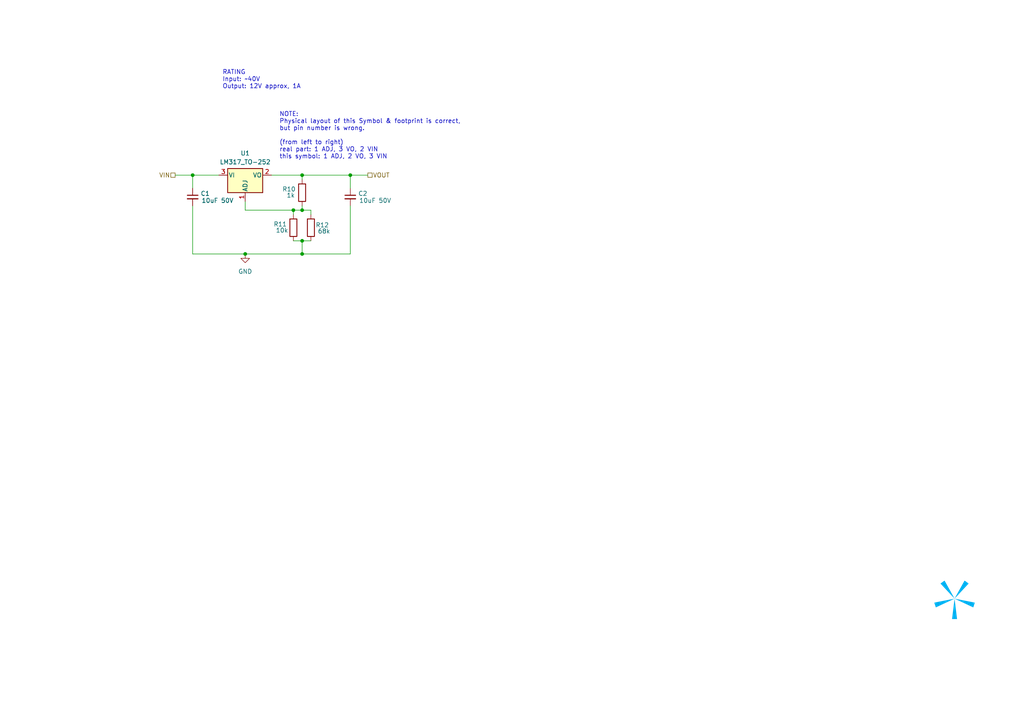
<source format=kicad_sch>
(kicad_sch (version 20231120) (generator "eeschema") (generator_version "8.0")
  (paper "A4")
  (title_block (title "CTRL-MINI-ED") (date "2024-12-11") (rev "1") (company "Spark Project") (comment 1 "Author: 夕月霞 (xyx)") (comment 2 "EDM Pulse Generator Board"))
  (lib_symbols
    (symbol "Device:C_Small" (pin_numbers hide) (pin_names (offset 0.254) hide)
      (property "Reference" "C" (at 0.254 1.778 0))
      (property "Value" "C_Small" (at 0.254 -2.032 0))
      (symbol "C_Small_0_1"
        (polyline (pts (xy -1.524 -0.508) (xy 1.524 -0.508)) (stroke (width 0.3302)))
        (polyline (pts (xy -1.524 0.508) (xy 1.524 0.508)) (stroke (width 0.3048)))
      )
      (symbol "C_Small_1_1"
        (pin passive line (at 0 2.54 270) (length 2.032) (name "~") (number "1"))
        (pin passive line (at 0 -2.54 90) (length 2.032) (name "~") (number "2"))
      )
    )
    (symbol "Device:R" (pin_numbers hide) (pin_names (offset 0))
      (property "Reference" "R" (at 2.032 0 90))
      (property "Value" "R" (at 0 0 90))
      (symbol "R_0_1"
        (rectangle (start -1.016 -2.54) (end 1.016 2.54) (stroke (width 0.254)))
      )
      (symbol "R_1_1"
        (pin passive line (at 0 3.81 270) (length 1.27) (name "~") (number "1"))
        (pin passive line (at 0 -3.81 90) (length 1.27) (name "~") (number "2"))
      )
    )
    (symbol "Regulator_Linear:LM317_TO-252" (pin_names (offset 0.254))
      (property "Reference" "U" (at -3.81 3.175 0))
      (property "Value" "LM317_TO-252" (at 0 3.175 0))
      (symbol "LM317_TO-252_0_1"
        (rectangle (start -5.08 1.905) (end 5.08 -5.08) (stroke (width 0.254)) (fill (type background)))
      )
      (symbol "LM317_TO-252_1_1"
        (pin input line (at 0 -7.62 90) (length 2.54) (name "ADJ") (number "1"))
        (pin power_out line (at 7.62 0 180) (length 2.54) (name "VO") (number "2"))
        (pin power_in line (at -7.62 0 0) (length 2.54) (name "VI") (number "3"))
      )
    )
    (symbol "power:GND" (power) (pin_numbers hide) (pin_names (offset 0) hide)
      (property "Value" "GND" (at 0 -3.81 0))
      (symbol "GND_0_1"
        (polyline (pts (xy 0 0) (xy 0 -1.27) (xy 1.27 -1.27) (xy 0 -2.54) (xy -1.27 -1.27) (xy 0 -1.27)))
      )
      (symbol "GND_1_1"
        (pin power_in line (at 0 0 270) (length 0) (name "~") (number "1"))
      )
    )
  )
  (junction (at 87.63 73.66))
  (junction (at 87.63 60.96))
  (junction (at 71.12 73.66))
  (junction (at 101.6 50.8))
  (junction (at 85.09 60.96))
  (junction (at 87.63 50.8))
  (junction (at 55.88 50.8))
  (junction (at 87.63 69.85))
  (wire (pts (xy 55.88 50.8) (xy 63.5 50.8)))
  (wire (pts (xy 87.63 50.8) (xy 101.6 50.8)))
  (wire (pts (xy 78.74 50.8) (xy 87.63 50.8)))
  (wire (pts (xy 87.63 59.69) (xy 87.63 60.96)))
  (wire (pts (xy 71.12 60.96) (xy 85.09 60.96)))
  (wire (pts (xy 55.88 73.66) (xy 71.12 73.66)))
  (wire (pts (xy 55.88 50.8) (xy 55.88 54.61)))
  (wire (pts (xy 87.63 69.85) (xy 87.63 73.66)))
  (wire (pts (xy 87.63 73.66) (xy 101.6 73.66)))
  (wire (pts (xy 101.6 50.8) (xy 106.68 50.8)))
  (wire (pts (xy 85.09 69.85) (xy 87.63 69.85)))
  (wire (pts (xy 87.63 60.96) (xy 90.17 60.96)))
  (wire (pts (xy 71.12 73.66) (xy 87.63 73.66)))
  (wire (pts (xy 87.63 50.8) (xy 87.63 52.07)))
  (wire (pts (xy 85.09 60.96) (xy 87.63 60.96)))
  (wire (pts (xy 101.6 50.8) (xy 101.6 54.61)))
  (wire (pts (xy 50.8 50.8) (xy 55.88 50.8)))
  (wire (pts (xy 90.17 62.23) (xy 90.17 60.96)))
  (wire (pts (xy 101.6 59.69) (xy 101.6 73.66)))
  (wire (pts (xy 71.12 58.42) (xy 71.12 60.96)))
  (wire (pts (xy 85.09 60.96) (xy 85.09 62.23)))
  (wire (pts (xy 87.63 69.85) (xy 90.17 69.85)))
  (wire (pts (xy 55.88 59.69) (xy 55.88 73.66)))
  (image (at 276.86 173.99) (scale 1.13867))
  (text "NOTE:\nPhysical layout of this Symbol & footprint is correct,\nbut pin number is wrong.\n\n(from left to right)\nreal part: 1 ADJ, 3 VO, 2 VIN\nthis symbol: 1 ADJ, 2 VO, 3 VIN\n" (at 81.026 39.37 0) (effects (font (size 1.27 1.27)) (justify left)))
  (text "RATING\nInput: ~40V\nOutput: 12V approx, 1A\n" (at 64.516 23.114 0) (effects (font (size 1.27 1.27)) (justify left)))
  (hierarchical_label "VIN" (shape passive) (at 50.8 50.8 180))
  (hierarchical_label "VOUT" (shape passive) (at 106.68 50.8 0))
  (symbol (lib_id "Device:C_Small") (at 101.6 57.15 0) (unit 1)
    (property "Reference" "C2" (at 103.886 56.134 0) (effects (justify left)))
    (property "Value" "10uF 50V" (at 104.14 58.166 0) (effects (justify left)))
    (property "Footprint" "Capacitor_SMD:C_1206_3216Metric" (effects (hide yes)))
    (property "Description" "Unpolarized capacitor, small symbol" (effects (hide yes)))
    (property "LCSC" "C13585" (effects (hide yes)))
  )
  (symbol (lib_id "Device:C_Small") (at 55.88 57.15 0) (unit 1)
    (property "Reference" "C1" (at 58.166 56.134 0) (effects (justify left)))
    (property "Value" "10uF 50V" (at 58.42 58.166 0) (effects (justify left)))
    (property "Footprint" "Capacitor_SMD:C_1206_3216Metric" (effects (hide yes)))
    (property "Description" "Unpolarized capacitor, small symbol" (effects (hide yes)))
    (property "LCSC" "C13585" (effects (hide yes)))
  )
  (symbol (lib_id "Device:R") (at 87.63 55.88 180) (unit 1)
    (property "Reference" "R10" (at 83.82 54.864 0))
    (property "Value" "1k" (at 84.328 56.642 0))
    (property "Footprint" "Resistor_SMD:R_0603_1608Metric" (effects (hide yes)))
    (property "Description" "Resistor" (effects (hide yes)))
    (property "LCSC" "C21190" (effects (hide yes)))
  )
  (symbol (lib_id "Device:R") (at 85.09 66.04 180) (unit 1)
    (property "Reference" "R11" (at 81.28 65.024 0))
    (property "Value" "10k" (at 81.788 66.802 0))
    (property "Footprint" "Resistor_SMD:R_0603_1608Metric" (effects (hide yes)))
    (property "Description" "Resistor" (effects (hide yes)))
    (property "LCSC" "C25804" (effects (hide yes)))
  )
  (symbol (lib_id "power:GND") (at 71.12 73.66 0) (unit 1) (exclude_from_sim yes)
    (property "Reference" "#PWR018" (effects (hide yes)))
    (property "Value" "GND" (at 71.12 78.74 0))
    (property "Description" "Power symbol creates a global label with name \"GND\" , ground" (effects (hide yes)))
  )
  (symbol (lib_id "Device:R") (at 90.17 66.04 180) (unit 1)
    (property "Reference" "R12" (at 93.472 65.278 0))
    (property "Value" "68k" (at 93.98 67.056 0))
    (property "Footprint" "Resistor_SMD:R_0603_1608Metric" (effects (hide yes)))
    (property "Description" "Resistor" (effects (hide yes)))
    (property "LCSC" "C23231" (effects (hide yes)))
  )
  (symbol (lib_id "Regulator_Linear:LM317_TO-252") (at 71.12 50.8 0) (unit 1)
    (property "Reference" "U1" (at 71.12 44.45 0))
    (property "Value" "LM317_TO-252" (at 71.12 46.99 0))
    (property "Footprint" "Package_TO_SOT_SMD:TO-252-2" (effects (hide yes)))
    (property "Datasheet" "http://www.ti.com/lit/ds/snvs774n/snvs774n.pdf" (effects (hide yes)))
    (property "Description" "1.5A 35V Adjustable Linear Regulator, TO-252" (effects (hide yes)))
    (property "LCSC" "C68136" (effects (hide yes)))
  )
)
</source>
